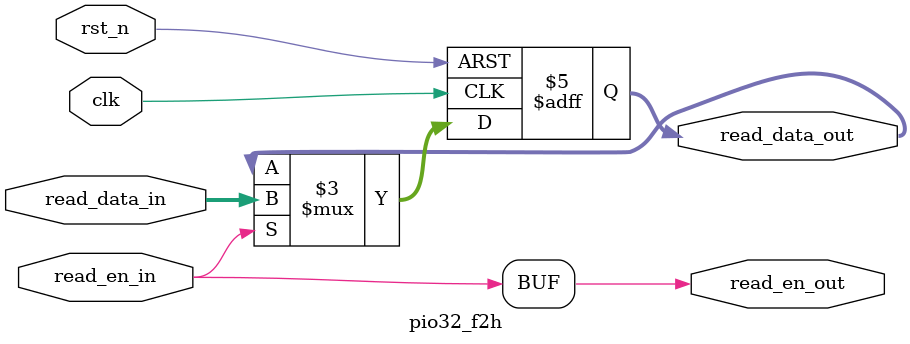
<source format=sv>
`default_nettype none

module pio32_f2h (
    input wire clk,
    input wire rst_n,
  
    input wire [31 : 0] read_data_in,
    output logic read_en_out,

    input wire read_en_in,
    output logic [31 : 0] read_data_out
);

always_ff @( posedge clk, negedge rst_n ) begin
    if (!rst_n)
        read_data_out <= '0;
    else if (read_en_in)
        read_data_out <= read_data_in;
end

assign read_en_out = read_en_in;

endmodule

`default_nettype wire 

</source>
